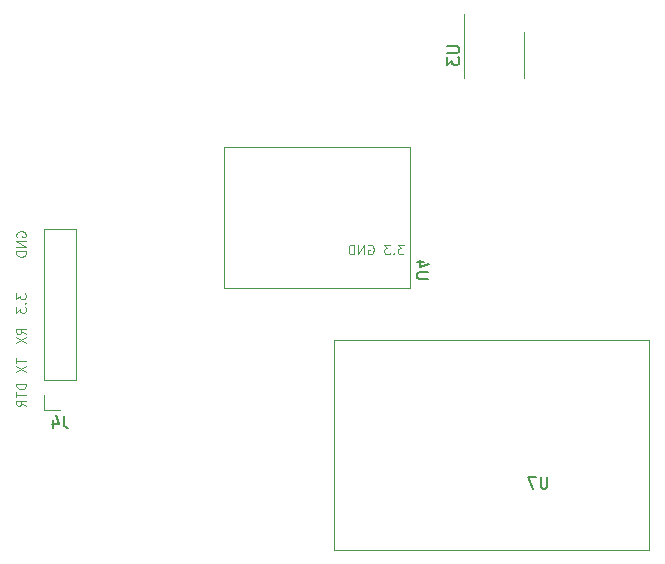
<source format=gbo>
G04 #@! TF.GenerationSoftware,KiCad,Pcbnew,(6.0.2-0)*
G04 #@! TF.CreationDate,2022-03-01T18:59:47+01:00*
G04 #@! TF.ProjectId,HelloWeather,48656c6c-6f57-4656-9174-6865722e6b69,rev?*
G04 #@! TF.SameCoordinates,Original*
G04 #@! TF.FileFunction,Legend,Bot*
G04 #@! TF.FilePolarity,Positive*
%FSLAX46Y46*%
G04 Gerber Fmt 4.6, Leading zero omitted, Abs format (unit mm)*
G04 Created by KiCad (PCBNEW (6.0.2-0)) date 2022-03-01 18:59:47*
%MOMM*%
%LPD*%
G01*
G04 APERTURE LIST*
%ADD10C,0.100000*%
%ADD11C,0.150000*%
%ADD12C,0.120000*%
G04 APERTURE END LIST*
D10*
X56311904Y-128140476D02*
X56311904Y-128597619D01*
X57111904Y-128369047D02*
X56311904Y-128369047D01*
X56311904Y-128788095D02*
X57111904Y-129321428D01*
X56311904Y-129321428D02*
X57111904Y-128788095D01*
X89088095Y-118561904D02*
X88592857Y-118561904D01*
X88859523Y-118866666D01*
X88745238Y-118866666D01*
X88669047Y-118904761D01*
X88630952Y-118942857D01*
X88592857Y-119019047D01*
X88592857Y-119209523D01*
X88630952Y-119285714D01*
X88669047Y-119323809D01*
X88745238Y-119361904D01*
X88973809Y-119361904D01*
X89050000Y-119323809D01*
X89088095Y-119285714D01*
X88250000Y-119285714D02*
X88211904Y-119323809D01*
X88250000Y-119361904D01*
X88288095Y-119323809D01*
X88250000Y-119285714D01*
X88250000Y-119361904D01*
X87945238Y-118561904D02*
X87450000Y-118561904D01*
X87716666Y-118866666D01*
X87602380Y-118866666D01*
X87526190Y-118904761D01*
X87488095Y-118942857D01*
X87450000Y-119019047D01*
X87450000Y-119209523D01*
X87488095Y-119285714D01*
X87526190Y-119323809D01*
X87602380Y-119361904D01*
X87830952Y-119361904D01*
X87907142Y-119323809D01*
X87945238Y-119285714D01*
X57111904Y-130335714D02*
X56311904Y-130335714D01*
X56311904Y-130526190D01*
X56350000Y-130640476D01*
X56426190Y-130716666D01*
X56502380Y-130754761D01*
X56654761Y-130792857D01*
X56769047Y-130792857D01*
X56921428Y-130754761D01*
X56997619Y-130716666D01*
X57073809Y-130640476D01*
X57111904Y-130526190D01*
X57111904Y-130335714D01*
X56311904Y-131021428D02*
X56311904Y-131478571D01*
X57111904Y-131250000D02*
X56311904Y-131250000D01*
X57111904Y-132202380D02*
X56730952Y-131935714D01*
X57111904Y-131745238D02*
X56311904Y-131745238D01*
X56311904Y-132050000D01*
X56350000Y-132126190D01*
X56388095Y-132164285D01*
X56464285Y-132202380D01*
X56578571Y-132202380D01*
X56654761Y-132164285D01*
X56692857Y-132126190D01*
X56730952Y-132050000D01*
X56730952Y-131745238D01*
X57111904Y-126116666D02*
X56730952Y-125850000D01*
X57111904Y-125659523D02*
X56311904Y-125659523D01*
X56311904Y-125964285D01*
X56350000Y-126040476D01*
X56388095Y-126078571D01*
X56464285Y-126116666D01*
X56578571Y-126116666D01*
X56654761Y-126078571D01*
X56692857Y-126040476D01*
X56730952Y-125964285D01*
X56730952Y-125659523D01*
X56311904Y-126383333D02*
X57111904Y-126916666D01*
X56311904Y-126916666D02*
X57111904Y-126383333D01*
X56311904Y-122661904D02*
X56311904Y-123157142D01*
X56616666Y-122890476D01*
X56616666Y-123004761D01*
X56654761Y-123080952D01*
X56692857Y-123119047D01*
X56769047Y-123157142D01*
X56959523Y-123157142D01*
X57035714Y-123119047D01*
X57073809Y-123080952D01*
X57111904Y-123004761D01*
X57111904Y-122776190D01*
X57073809Y-122700000D01*
X57035714Y-122661904D01*
X57035714Y-123500000D02*
X57073809Y-123538095D01*
X57111904Y-123500000D01*
X57073809Y-123461904D01*
X57035714Y-123500000D01*
X57111904Y-123500000D01*
X56311904Y-123804761D02*
X56311904Y-124300000D01*
X56616666Y-124033333D01*
X56616666Y-124147619D01*
X56654761Y-124223809D01*
X56692857Y-124261904D01*
X56769047Y-124300000D01*
X56959523Y-124300000D01*
X57035714Y-124261904D01*
X57073809Y-124223809D01*
X57111904Y-124147619D01*
X57111904Y-123919047D01*
X57073809Y-123842857D01*
X57035714Y-123804761D01*
X86109523Y-118600000D02*
X86185714Y-118561904D01*
X86300000Y-118561904D01*
X86414285Y-118600000D01*
X86490476Y-118676190D01*
X86528571Y-118752380D01*
X86566666Y-118904761D01*
X86566666Y-119019047D01*
X86528571Y-119171428D01*
X86490476Y-119247619D01*
X86414285Y-119323809D01*
X86300000Y-119361904D01*
X86223809Y-119361904D01*
X86109523Y-119323809D01*
X86071428Y-119285714D01*
X86071428Y-119019047D01*
X86223809Y-119019047D01*
X85728571Y-119361904D02*
X85728571Y-118561904D01*
X85271428Y-119361904D01*
X85271428Y-118561904D01*
X84890476Y-119361904D02*
X84890476Y-118561904D01*
X84700000Y-118561904D01*
X84585714Y-118600000D01*
X84509523Y-118676190D01*
X84471428Y-118752380D01*
X84433333Y-118904761D01*
X84433333Y-119019047D01*
X84471428Y-119171428D01*
X84509523Y-119247619D01*
X84585714Y-119323809D01*
X84700000Y-119361904D01*
X84890476Y-119361904D01*
X56350000Y-117890476D02*
X56311904Y-117814285D01*
X56311904Y-117700000D01*
X56350000Y-117585714D01*
X56426190Y-117509523D01*
X56502380Y-117471428D01*
X56654761Y-117433333D01*
X56769047Y-117433333D01*
X56921428Y-117471428D01*
X56997619Y-117509523D01*
X57073809Y-117585714D01*
X57111904Y-117700000D01*
X57111904Y-117776190D01*
X57073809Y-117890476D01*
X57035714Y-117928571D01*
X56769047Y-117928571D01*
X56769047Y-117776190D01*
X57111904Y-118271428D02*
X56311904Y-118271428D01*
X57111904Y-118728571D01*
X56311904Y-118728571D01*
X57111904Y-119109523D02*
X56311904Y-119109523D01*
X56311904Y-119300000D01*
X56350000Y-119414285D01*
X56426190Y-119490476D01*
X56502380Y-119528571D01*
X56654761Y-119566666D01*
X56769047Y-119566666D01*
X56921428Y-119528571D01*
X56997619Y-119490476D01*
X57073809Y-119414285D01*
X57111904Y-119300000D01*
X57111904Y-119109523D01*
D11*
X92802380Y-101738095D02*
X93611904Y-101738095D01*
X93707142Y-101785714D01*
X93754761Y-101833333D01*
X93802380Y-101928571D01*
X93802380Y-102119047D01*
X93754761Y-102214285D01*
X93707142Y-102261904D01*
X93611904Y-102309523D01*
X92802380Y-102309523D01*
X92802380Y-102690476D02*
X92802380Y-103309523D01*
X93183333Y-102976190D01*
X93183333Y-103119047D01*
X93230952Y-103214285D01*
X93278571Y-103261904D01*
X93373809Y-103309523D01*
X93611904Y-103309523D01*
X93707142Y-103261904D01*
X93754761Y-103214285D01*
X93802380Y-103119047D01*
X93802380Y-102833333D01*
X93754761Y-102738095D01*
X93707142Y-102690476D01*
X60333333Y-133032380D02*
X60333333Y-133746666D01*
X60380952Y-133889523D01*
X60476190Y-133984761D01*
X60619047Y-134032380D01*
X60714285Y-134032380D01*
X59428571Y-133365714D02*
X59428571Y-134032380D01*
X59666666Y-132984761D02*
X59904761Y-133699047D01*
X59285714Y-133699047D01*
X101261904Y-138202380D02*
X101261904Y-139011904D01*
X101214285Y-139107142D01*
X101166666Y-139154761D01*
X101071428Y-139202380D01*
X100880952Y-139202380D01*
X100785714Y-139154761D01*
X100738095Y-139107142D01*
X100690476Y-139011904D01*
X100690476Y-138202380D01*
X100309523Y-138202380D02*
X99642857Y-138202380D01*
X100071428Y-139202380D01*
X91187619Y-121456904D02*
X90378095Y-121456904D01*
X90282857Y-121409285D01*
X90235238Y-121361666D01*
X90187619Y-121266428D01*
X90187619Y-121075952D01*
X90235238Y-120980714D01*
X90282857Y-120933095D01*
X90378095Y-120885476D01*
X91187619Y-120885476D01*
X90854285Y-119980714D02*
X90187619Y-119980714D01*
X91235238Y-120218809D02*
X90520952Y-120456904D01*
X90520952Y-119837857D01*
D12*
X94190000Y-102500000D02*
X94190000Y-99050000D01*
X99310000Y-102500000D02*
X99310000Y-104450000D01*
X99310000Y-102500000D02*
X99310000Y-100550000D01*
X94190000Y-102500000D02*
X94190000Y-104450000D01*
X58670000Y-131250000D02*
X58670000Y-132580000D01*
X58670000Y-129980000D02*
X61330000Y-129980000D01*
X61330000Y-129980000D02*
X61330000Y-117220000D01*
X58670000Y-117220000D02*
X61330000Y-117220000D01*
X58670000Y-129980000D02*
X58670000Y-117220000D01*
X58670000Y-132580000D02*
X60000000Y-132580000D01*
X109835000Y-126610000D02*
X83165000Y-126610000D01*
X83165000Y-126610000D02*
X83165000Y-144390000D01*
X83165000Y-144390000D02*
X109835000Y-144390000D01*
X109835000Y-144390000D02*
X109835000Y-126610000D01*
X89624000Y-122219000D02*
X73876000Y-122219000D01*
X73876000Y-122219000D02*
X73876000Y-110281000D01*
X73876000Y-110281000D02*
X89624000Y-110281000D01*
X89624000Y-110281000D02*
X89624000Y-122219000D01*
M02*

</source>
